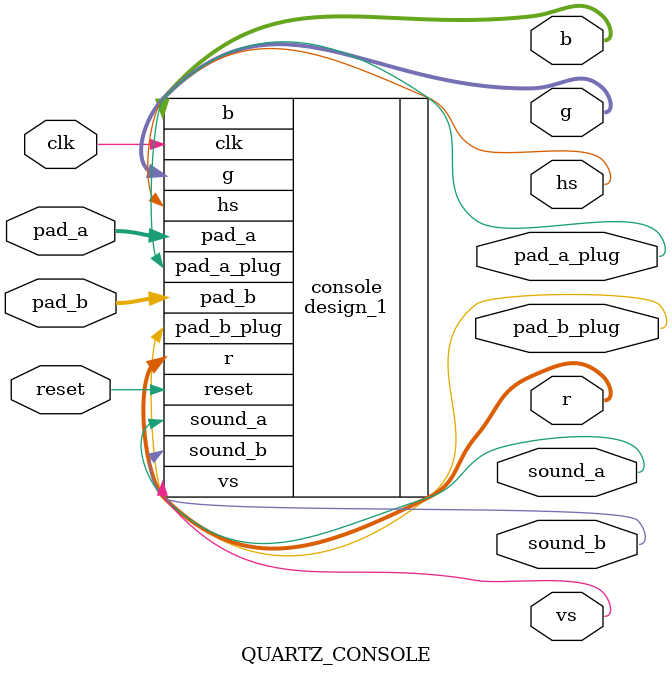
<source format=v>
`timescale 1ns / 1ps


module QUARTZ_CONSOLE(
    input wire clk,
    input wire reset,
    input wire [5:0] pad_a,
    input wire [5:0] pad_b,
    
    output wire [3:0] r,
    output wire [3:0] g,
    output wire [3:0] b,
    output wire hs,
    output wire vs,
    output wire pad_a_plug,
    output wire pad_b_plug,
    output wire sound_a,
    output wire sound_b
    );

design_1 console(
    .clk(clk),
    .reset(reset),
    .pad_a(pad_a),
    .pad_b(pad_b),
    
    .r(r),
    .g(g),
    .b(b),
    .hs(hs),
    .vs(vs),
    .pad_a_plug(pad_a_plug),
    .pad_b_plug(pad_b_plug),
    .sound_a(sound_a),
    .sound_b(sound_b)
);
    
endmodule

</source>
